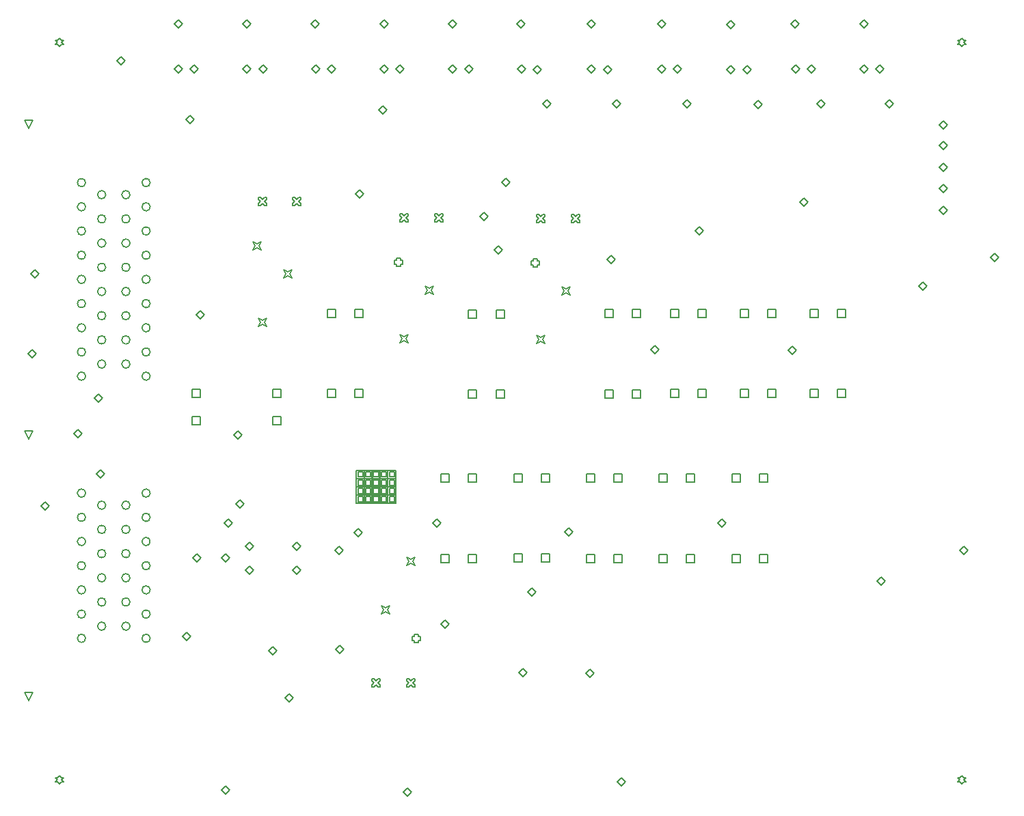
<source format=gbr>
%TF.GenerationSoftware,Altium Limited,Altium Designer,19.1.8 (144)*%
G04 Layer_Color=2752767*
%FSLAX26Y26*%
%MOIN*%
%TF.FileFunction,Drawing*%
%TF.Part,Single*%
G01*
G75*
%TA.AperFunction,NonConductor*%
%ADD74C,0.005000*%
%ADD75C,0.006667*%
D74*
X1337276Y2032071D02*
Y2072071D01*
X1377276D01*
Y2032071D01*
X1337276D01*
X946724D02*
Y2072071D01*
X986724D01*
Y2032071D01*
X946724D01*
X1337276Y2165929D02*
Y2205929D01*
X1377276D01*
Y2165929D01*
X1337276D01*
X946724D02*
Y2205929D01*
X986724D01*
Y2165929D01*
X946724D01*
X1604843Y2166206D02*
Y2206206D01*
X1644843D01*
Y2166206D01*
X1604843D01*
Y2556757D02*
Y2596757D01*
X1644843D01*
Y2556757D01*
X1604843D01*
X1738701Y2166206D02*
Y2206206D01*
X1778701D01*
Y2166206D01*
X1738701D01*
Y2556757D02*
Y2596757D01*
X1778701D01*
Y2556757D01*
X1738701D01*
X2293490Y2161724D02*
Y2201724D01*
X2333490D01*
Y2161724D01*
X2293490D01*
Y2552276D02*
Y2592276D01*
X2333490D01*
Y2552276D01*
X2293490D01*
X2427348Y2161724D02*
Y2201724D01*
X2467348D01*
Y2161724D01*
X2427348D01*
Y2552276D02*
Y2592276D01*
X2467348D01*
Y2552276D01*
X2427348D01*
X2959165Y2163724D02*
Y2203724D01*
X2999165D01*
Y2163724D01*
X2959165D01*
Y2554276D02*
Y2594276D01*
X2999165D01*
Y2554276D01*
X2959165D01*
X3093023Y2163724D02*
Y2203724D01*
X3133023D01*
Y2163724D01*
X3093023D01*
Y2554276D02*
Y2594276D01*
X3133023D01*
Y2554276D01*
X3093023D01*
X3279361Y2164449D02*
Y2204449D01*
X3319361D01*
Y2164449D01*
X3279361D01*
Y2555000D02*
Y2595000D01*
X3319361D01*
Y2555000D01*
X3279361D01*
X3413220Y2164449D02*
Y2204449D01*
X3453220D01*
Y2164449D01*
X3413220D01*
Y2555000D02*
Y2595000D01*
X3453220D01*
Y2555000D01*
X3413220D01*
X3618246Y2164724D02*
Y2204724D01*
X3658246D01*
Y2164724D01*
X3618246D01*
Y2555276D02*
Y2595276D01*
X3658246D01*
Y2555276D01*
X3618246D01*
X3752104Y2164724D02*
Y2204724D01*
X3792104D01*
Y2164724D01*
X3752104D01*
Y2555276D02*
Y2595276D01*
X3792104D01*
Y2555276D01*
X3752104D01*
X3958379Y2164898D02*
Y2204898D01*
X3998379D01*
Y2164898D01*
X3958379D01*
Y2555450D02*
Y2595450D01*
X3998379D01*
Y2555450D01*
X3958379D01*
X4092237Y2164898D02*
Y2204898D01*
X4132237D01*
Y2164898D01*
X4092237D01*
Y2555450D02*
Y2595450D01*
X4132237D01*
Y2555450D01*
X4092237D01*
X3711237Y1751450D02*
Y1791450D01*
X3751237D01*
Y1751450D01*
X3711237D01*
Y1360898D02*
Y1400898D01*
X3751237D01*
Y1360898D01*
X3711237D01*
X3577378Y1751450D02*
Y1791450D01*
X3617378D01*
Y1751450D01*
X3577378D01*
Y1360898D02*
Y1400898D01*
X3617378D01*
Y1360898D01*
X3577378D01*
X3356886Y1751000D02*
Y1791000D01*
X3396886D01*
Y1751000D01*
X3356886D01*
Y1360449D02*
Y1400449D01*
X3396886D01*
Y1360449D01*
X3356886D01*
X3223028Y1751000D02*
Y1791000D01*
X3263028D01*
Y1751000D01*
X3223028D01*
Y1360449D02*
Y1400449D01*
X3263028D01*
Y1360449D01*
X3223028D01*
X3002570Y1751450D02*
Y1791450D01*
X3042570D01*
Y1751450D01*
X3002570D01*
Y1360898D02*
Y1400898D01*
X3042570D01*
Y1360898D01*
X3002570D01*
X2868712Y1751450D02*
Y1791450D01*
X2908712D01*
Y1751450D01*
X2868712D01*
Y1360898D02*
Y1400898D01*
X2908712D01*
Y1360898D01*
X2868712D01*
X2647701Y1751757D02*
Y1791757D01*
X2687701D01*
Y1751757D01*
X2647701D01*
Y1361206D02*
Y1401206D01*
X2687701D01*
Y1361206D01*
X2647701D01*
X2513843Y1751757D02*
Y1791757D01*
X2553843D01*
Y1751757D01*
X2513843D01*
Y1361206D02*
Y1401206D01*
X2553843D01*
Y1361206D01*
X2513843D01*
X2292929Y1751456D02*
Y1791456D01*
X2332929D01*
Y1751456D01*
X2292929D01*
Y1360905D02*
Y1400905D01*
X2332929D01*
Y1360905D01*
X2292929D01*
X2159071Y1751456D02*
Y1791456D01*
X2199071D01*
Y1751456D01*
X2159071D01*
Y1360905D02*
Y1400905D01*
X2199071D01*
Y1360905D01*
X2159071D01*
X150000Y684724D02*
X130000Y724724D01*
X170000D01*
X150000Y684724D01*
Y1964252D02*
X130000Y2004252D01*
X170000D01*
X150000Y1964252D01*
Y3480000D02*
X130000Y3520000D01*
X170000D01*
X150000Y3480000D01*
X4700000Y280000D02*
X4710000Y290000D01*
X4720000D01*
X4710000Y300000D01*
X4720000Y310000D01*
X4710000D01*
X4700000Y320000D01*
X4690000Y310000D01*
X4680000D01*
X4690000Y300000D01*
X4680000Y290000D01*
X4690000D01*
X4700000Y280000D01*
Y3880000D02*
X4710000Y3890000D01*
X4720000D01*
X4710000Y3900000D01*
X4720000Y3910000D01*
X4710000D01*
X4700000Y3920000D01*
X4690000Y3910000D01*
X4680000D01*
X4690000Y3900000D01*
X4680000Y3890000D01*
X4690000D01*
X4700000Y3880000D01*
X300000D02*
X310000Y3890000D01*
X320000D01*
X310000Y3900000D01*
X320000Y3910000D01*
X310000D01*
X300000Y3920000D01*
X290000Y3910000D01*
X280000D01*
X290000Y3900000D01*
X280000Y3890000D01*
X290000D01*
X300000Y3880000D01*
Y280000D02*
X310000Y290000D01*
X320000D01*
X310000Y300000D01*
X320000Y310000D01*
X310000D01*
X300000Y320000D01*
X290000Y310000D01*
X280000D01*
X290000Y300000D01*
X280000Y290000D01*
X290000D01*
X300000Y280000D01*
X2624656Y2429512D02*
X2634656Y2449512D01*
X2624656Y2469512D01*
X2644656Y2459512D01*
X2664656Y2469512D01*
X2654656Y2449512D01*
X2664656Y2429512D01*
X2644656Y2439512D01*
X2624656Y2429512D01*
X2609065Y2813528D02*
Y2803528D01*
X2629065D01*
Y2813528D01*
X2639065D01*
Y2833528D01*
X2629065D01*
Y2843528D01*
X2609065D01*
Y2833528D01*
X2599065D01*
Y2813528D01*
X2609065D01*
X2748671Y2665732D02*
X2758671Y2685732D01*
X2748671Y2705732D01*
X2768671Y2695732D01*
X2788671Y2705732D01*
X2778671Y2685732D01*
X2788671Y2665732D01*
X2768671Y2675732D01*
X2748671Y2665732D01*
X2793947Y3020063D02*
X2803947D01*
X2813947Y3030063D01*
X2823947Y3020063D01*
X2833947D01*
Y3030063D01*
X2823947Y3040063D01*
X2833947Y3050063D01*
Y3060063D01*
X2823947D01*
X2813947Y3050063D01*
X2803947Y3060063D01*
X2793947D01*
Y3050063D01*
X2803947Y3040063D01*
X2793947Y3030063D01*
Y3020063D01*
X2624656D02*
X2634656D01*
X2644656Y3030063D01*
X2654656Y3020063D01*
X2664656D01*
Y3030063D01*
X2654656Y3040063D01*
X2664656Y3050063D01*
Y3060063D01*
X2654656D01*
X2644656Y3050063D01*
X2634656Y3060063D01*
X2624656D01*
Y3050063D01*
X2634656Y3040063D01*
X2624656Y3030063D01*
Y3020063D01*
X1959001Y2432449D02*
X1969001Y2452449D01*
X1959001Y2472449D01*
X1979001Y2462449D01*
X1999001Y2472449D01*
X1989001Y2452449D01*
X1999001Y2432449D01*
X1979001Y2442449D01*
X1959001Y2432449D01*
X1943410Y2816465D02*
Y2806465D01*
X1963410D01*
Y2816465D01*
X1973410D01*
Y2836465D01*
X1963410D01*
Y2846465D01*
X1943410D01*
Y2836465D01*
X1933410D01*
Y2816465D01*
X1943410D01*
X2083016Y2668670D02*
X2093016Y2688670D01*
X2083016Y2708670D01*
X2103016Y2698670D01*
X2123016Y2708670D01*
X2113016Y2688670D01*
X2123016Y2668670D01*
X2103016Y2678670D01*
X2083016Y2668670D01*
X2128292Y3023001D02*
X2138292D01*
X2148292Y3033001D01*
X2158292Y3023001D01*
X2168292D01*
Y3033001D01*
X2158292Y3043001D01*
X2168292Y3053001D01*
Y3063001D01*
X2158292D01*
X2148292Y3053001D01*
X2138292Y3063001D01*
X2128292D01*
Y3053001D01*
X2138292Y3043001D01*
X2128292Y3033001D01*
Y3023001D01*
X1959001D02*
X1969001D01*
X1979001Y3033001D01*
X1989001Y3023001D01*
X1999001D01*
Y3033001D01*
X1989001Y3043001D01*
X1999001Y3053001D01*
Y3063001D01*
X1989001D01*
X1979001Y3053001D01*
X1969001Y3063001D01*
X1959001D01*
Y3053001D01*
X1969001Y3043001D01*
X1959001Y3033001D01*
Y3023001D01*
X1267000Y2511449D02*
X1277000Y2531449D01*
X1267000Y2551449D01*
X1287000Y2541449D01*
X1307000Y2551449D01*
X1297000Y2531449D01*
X1307000Y2511449D01*
X1287000Y2521449D01*
X1267000Y2511449D01*
X1241409Y2885465D02*
X1251409Y2905465D01*
X1241409Y2925465D01*
X1261409Y2915465D01*
X1281409Y2925465D01*
X1271409Y2905465D01*
X1281409Y2885465D01*
X1261409Y2895465D01*
X1241409Y2885465D01*
X1391016Y2747669D02*
X1401016Y2767669D01*
X1391016Y2787669D01*
X1411016Y2777669D01*
X1431016Y2787669D01*
X1421016Y2767669D01*
X1431016Y2747669D01*
X1411016Y2757669D01*
X1391016Y2747669D01*
X1436291Y3102000D02*
X1446291D01*
X1456291Y3112000D01*
X1466291Y3102000D01*
X1476291D01*
Y3112000D01*
X1466291Y3122000D01*
X1476291Y3132000D01*
Y3142000D01*
X1466291D01*
X1456291Y3132000D01*
X1446291Y3142000D01*
X1436291D01*
Y3132000D01*
X1446291Y3122000D01*
X1436291Y3112000D01*
Y3102000D01*
X1267000D02*
X1277000D01*
X1287000Y3112000D01*
X1297000Y3102000D01*
X1307000D01*
Y3112000D01*
X1297000Y3122000D01*
X1307000Y3132000D01*
Y3142000D01*
X1297000D01*
X1287000Y3132000D01*
X1277000Y3142000D01*
X1267000D01*
Y3132000D01*
X1277000Y3122000D01*
X1267000Y3112000D01*
Y3102000D01*
X1991929Y1344551D02*
X2001929Y1364551D01*
X1991929Y1384551D01*
X2011929Y1374551D01*
X2031929Y1384551D01*
X2021929Y1364551D01*
X2031929Y1344551D01*
X2011929Y1354551D01*
X1991929Y1344551D01*
X2027520Y980535D02*
Y970535D01*
X2047520D01*
Y980535D01*
X2057520D01*
Y1000535D01*
X2047520D01*
Y1010535D01*
X2027520D01*
Y1000535D01*
X2017520D01*
Y980535D01*
X2027520D01*
X1867913Y1108331D02*
X1877913Y1128331D01*
X1867913Y1148331D01*
X1887913Y1138331D01*
X1907913Y1148331D01*
X1897913Y1128331D01*
X1907913Y1108331D01*
X1887913Y1118331D01*
X1867913Y1108331D01*
X1822638Y754000D02*
X1832638D01*
X1842638Y764000D01*
X1852638Y754000D01*
X1862638D01*
Y764000D01*
X1852638Y774000D01*
X1862638Y784000D01*
Y794000D01*
X1852638D01*
X1842638Y784000D01*
X1832638Y794000D01*
X1822638D01*
Y784000D01*
X1832638Y774000D01*
X1822638Y764000D01*
Y754000D01*
X1991929D02*
X2001929D01*
X2011929Y764000D01*
X2021929Y754000D01*
X2031929D01*
Y764000D01*
X2021929Y774000D01*
X2031929Y784000D01*
Y794000D01*
X2021929D01*
X2011929Y784000D01*
X2001929Y794000D01*
X1991929D01*
Y784000D01*
X2001929Y774000D01*
X1991929Y764000D01*
Y754000D01*
X479000Y1791000D02*
X499000Y1811000D01*
X519000Y1791000D01*
X499000Y1771000D01*
X479000Y1791000D01*
X1643000Y1418000D02*
X1663000Y1438000D01*
X1683000Y1418000D01*
X1663000Y1398000D01*
X1643000Y1418000D01*
X1644000Y935000D02*
X1664000Y955000D01*
X1684000Y935000D01*
X1664000Y915000D01*
X1644000Y935000D01*
X1746000Y1729500D02*
Y1769500D01*
X1786000D01*
Y1729500D01*
X1746000D01*
X1754000Y1737500D02*
Y1761500D01*
X1778000D01*
Y1737500D01*
X1754000D01*
X1746000Y1769750D02*
Y1809750D01*
X1786000D01*
Y1769750D01*
X1746000D01*
X1754000Y1777750D02*
Y1801750D01*
X1778000D01*
Y1777750D01*
X1754000D01*
X1784000Y1729500D02*
Y1769500D01*
X1824000D01*
Y1729500D01*
X1784000D01*
X1792000Y1737500D02*
Y1761500D01*
X1816000D01*
Y1737500D01*
X1792000D01*
X1784000Y1769750D02*
Y1809750D01*
X1824000D01*
Y1769750D01*
X1784000D01*
X1792000Y1777750D02*
Y1801750D01*
X1816000D01*
Y1777750D01*
X1792000D01*
X1822000Y1729500D02*
Y1769500D01*
X1862000D01*
Y1729500D01*
X1822000D01*
X1830000Y1737500D02*
Y1761500D01*
X1854000D01*
Y1737500D01*
X1830000D01*
X1822000Y1689250D02*
Y1729250D01*
X1862000D01*
Y1689250D01*
X1822000D01*
X1830000Y1697250D02*
Y1721250D01*
X1854000D01*
Y1697250D01*
X1830000D01*
X1822000Y1649000D02*
Y1689000D01*
X1862000D01*
Y1649000D01*
X1822000D01*
X1830000Y1657000D02*
Y1681000D01*
X1854000D01*
Y1657000D01*
X1830000D01*
X1746000Y1689250D02*
Y1729250D01*
X1786000D01*
Y1689250D01*
X1746000D01*
X1754000Y1697250D02*
Y1721250D01*
X1778000D01*
Y1697250D01*
X1754000D01*
X1784000Y1649000D02*
Y1689000D01*
X1824000D01*
Y1649000D01*
X1784000D01*
X1792000Y1657000D02*
Y1681000D01*
X1816000D01*
Y1657000D01*
X1792000D01*
X1746000Y1649000D02*
Y1689000D01*
X1786000D01*
Y1649000D01*
X1746000D01*
X1754000Y1657000D02*
Y1681000D01*
X1778000D01*
Y1657000D01*
X1754000D01*
X4589000Y3395000D02*
X4609000Y3415000D01*
X4629000Y3395000D01*
X4609000Y3375000D01*
X4589000Y3395000D01*
X4589000Y3497586D02*
X4609000Y3517586D01*
X4629000Y3497586D01*
X4609000Y3477586D01*
X4589000Y3497586D01*
X1899000Y1649000D02*
Y1689000D01*
X1939000D01*
Y1649000D01*
X1899000D01*
X1907000Y1657000D02*
Y1681000D01*
X1931000D01*
Y1657000D01*
X1907000D01*
X1899000Y1729500D02*
Y1769500D01*
X1939000D01*
Y1729500D01*
X1899000D01*
X1907000Y1737500D02*
Y1761500D01*
X1931000D01*
Y1737500D01*
X1907000D01*
X1899000Y1769750D02*
Y1809750D01*
X1939000D01*
Y1769750D01*
X1899000D01*
X1907000Y1777750D02*
Y1801750D01*
X1931000D01*
Y1777750D01*
X1907000D01*
X1899000Y1689250D02*
Y1729250D01*
X1939000D01*
Y1689250D01*
X1899000D01*
X1907000Y1697250D02*
Y1721250D01*
X1931000D01*
Y1697250D01*
X1907000D01*
X1860000Y1689250D02*
Y1729250D01*
X1900000D01*
Y1689250D01*
X1860000D01*
X1868000Y1697250D02*
Y1721250D01*
X1892000D01*
Y1697250D01*
X1868000D01*
X1860000Y1729500D02*
Y1769500D01*
X1900000D01*
Y1729500D01*
X1860000D01*
X1868000Y1737500D02*
Y1761500D01*
X1892000D01*
Y1737500D01*
X1868000D01*
X1860000Y1769750D02*
Y1809750D01*
X1900000D01*
Y1769750D01*
X1860000D01*
X1868000Y1777750D02*
Y1801750D01*
X1892000D01*
Y1777750D01*
X1868000D01*
X1822000Y1769750D02*
Y1809750D01*
X1862000D01*
Y1769750D01*
X1822000D01*
X1830000Y1777750D02*
Y1801750D01*
X1854000D01*
Y1777750D01*
X1830000D01*
X1784000Y1689250D02*
Y1729250D01*
X1824000D01*
Y1689250D01*
X1784000D01*
X1792000Y1697250D02*
Y1721250D01*
X1816000D01*
Y1697250D01*
X1792000D01*
X1860000Y1649000D02*
Y1689000D01*
X1900000D01*
Y1649000D01*
X1860000D01*
X1868000Y1657000D02*
Y1681000D01*
X1892000D01*
Y1657000D01*
X1868000D01*
X3686054Y3595826D02*
X3706054Y3615826D01*
X3726054Y3595826D01*
X3706054Y3575826D01*
X3686054Y3595826D01*
X2654054Y3598998D02*
X2674054Y3618998D01*
X2694054Y3598998D01*
X2674054Y3578998D01*
X2654054Y3598998D01*
X2273935Y3768482D02*
X2293935Y3788482D01*
X2313935Y3768482D01*
X2293935Y3748482D01*
X2273935Y3768482D01*
X2120000Y1551000D02*
X2140000Y1571000D01*
X2160000Y1551000D01*
X2140000Y1531000D01*
X2120000Y1551000D01*
X1102000D02*
X1122000Y1571000D01*
X1142000Y1551000D01*
X1122000Y1531000D01*
X1102000Y1551000D01*
X1204000Y1440000D02*
X1224000Y1460000D01*
X1244000Y1440000D01*
X1224000Y1420000D01*
X1204000Y1440000D01*
X1158000Y1647000D02*
X1178000Y1667000D01*
X1198000Y1647000D01*
X1178000Y1627000D01*
X1158000Y1647000D01*
X1734000Y1506000D02*
X1754000Y1526000D01*
X1774000Y1506000D01*
X1754000Y1486000D01*
X1734000Y1506000D01*
X1434000Y1322000D02*
X1454000Y1342000D01*
X1474000Y1322000D01*
X1454000Y1302000D01*
X1434000Y1322000D01*
X1204000D02*
X1224000Y1342000D01*
X1244000Y1322000D01*
X1224000Y1302000D01*
X1204000Y1322000D01*
X1434000Y1440000D02*
X1454000Y1460000D01*
X1474000Y1440000D01*
X1454000Y1420000D01*
X1434000Y1440000D01*
X1090000Y1381206D02*
X1110000Y1401206D01*
X1130000Y1381206D01*
X1110000Y1361206D01*
X1090000Y1381206D01*
X1856294Y3570439D02*
X1876294Y3590439D01*
X1896294Y3570439D01*
X1876294Y3550439D01*
X1856294Y3570439D01*
X1743000Y3160000D02*
X1763000Y3180000D01*
X1783000Y3160000D01*
X1763000Y3140000D01*
X1743000Y3160000D01*
X914000Y3524000D02*
X934000Y3544000D01*
X954000Y3524000D01*
X934000Y3504000D01*
X914000Y3524000D01*
X3508000Y1553000D02*
X3528000Y1573000D01*
X3548000Y1553000D01*
X3528000Y1533000D01*
X3508000Y1553000D01*
X2347000Y3048000D02*
X2367000Y3068000D01*
X2387000Y3048000D01*
X2367000Y3028000D01*
X2347000Y3048000D01*
X2456217Y3214567D02*
X2476217Y3234567D01*
X2496217Y3214567D01*
X2476217Y3194567D01*
X2456217Y3214567D01*
X144695Y2380000D02*
X164695Y2400000D01*
X184695Y2380000D01*
X164695Y2360000D01*
X144695Y2380000D01*
X160000Y2769010D02*
X180000Y2789010D01*
X200000Y2769010D01*
X180000Y2749010D01*
X160000Y2769010D01*
X4324456Y3600000D02*
X4344456Y3620000D01*
X4364456Y3600000D01*
X4344456Y3580000D01*
X4324456Y3600000D01*
X577000Y3810000D02*
X597000Y3830000D01*
X617000Y3810000D01*
X597000Y3790000D01*
X577000Y3810000D01*
X4840000Y2850000D02*
X4860000Y2870000D01*
X4880000Y2850000D01*
X4860000Y2830000D01*
X4840000Y2850000D01*
X207000Y1634278D02*
X227000Y1654278D01*
X247000Y1634278D01*
X227000Y1614278D01*
X207000Y1634278D01*
X470000Y2162952D02*
X490000Y2182952D01*
X510000Y2162952D01*
X490000Y2142952D01*
X470000Y2162952D01*
X370000Y1990000D02*
X390000Y2010000D01*
X410000Y1990000D01*
X390000Y1970000D01*
X370000Y1990000D01*
X3853000Y2396000D02*
X3873000Y2416000D01*
X3893000Y2396000D01*
X3873000Y2376000D01*
X3853000Y2396000D01*
X3182201Y2400000D02*
X3202201Y2420000D01*
X3222201Y2400000D01*
X3202201Y2380000D01*
X3182201Y2400000D01*
X2760726Y1510000D02*
X2780726Y1530000D01*
X2800726Y1510000D01*
X2780726Y1490000D01*
X2760726Y1510000D01*
X4690000Y1420000D02*
X4710000Y1440000D01*
X4730000Y1420000D01*
X4710000Y1400000D01*
X4690000Y1420000D01*
X4490000Y2710000D02*
X4510000Y2730000D01*
X4530000Y2710000D01*
X4510000Y2690000D01*
X4490000Y2710000D01*
X3910000Y3120000D02*
X3930000Y3140000D01*
X3950000Y3120000D01*
X3930000Y3100000D01*
X3910000Y3120000D01*
X3400000Y2980000D02*
X3420000Y3000000D01*
X3440000Y2980000D01*
X3420000Y2960000D01*
X3400000Y2980000D01*
X2970000Y2840465D02*
X2990000Y2860465D01*
X3010000Y2840465D01*
X2990000Y2820465D01*
X2970000Y2840465D01*
X2420000Y2884821D02*
X2440000Y2904821D01*
X2460000Y2884821D01*
X2440000Y2864821D01*
X2420000Y2884821D01*
X1150000Y1984252D02*
X1170000Y2004252D01*
X1190000Y1984252D01*
X1170000Y1964252D01*
X1150000Y1984252D01*
X966000Y2570000D02*
X986000Y2590000D01*
X1006000Y2570000D01*
X986000Y2550000D01*
X966000Y2570000D01*
X949000Y1381206D02*
X969000Y1401206D01*
X989000Y1381206D01*
X969000Y1361206D01*
X949000Y1381206D01*
X900000Y1000000D02*
X920000Y1020000D01*
X940000Y1000000D01*
X920000Y980000D01*
X900000Y1000000D01*
X1320000Y930000D02*
X1340000Y950000D01*
X1360000Y930000D01*
X1340000Y910000D01*
X1320000Y930000D01*
X2160000Y1060000D02*
X2180000Y1080000D01*
X2200000Y1060000D01*
X2180000Y1040000D01*
X2160000Y1060000D01*
X1400000Y700000D02*
X1420000Y720000D01*
X1440000Y700000D01*
X1420000Y680000D01*
X1400000Y700000D01*
X2581000Y1215000D02*
X2601000Y1235000D01*
X2621000Y1215000D01*
X2601000Y1195000D01*
X2581000Y1215000D01*
X2540000Y822000D02*
X2560000Y842000D01*
X2580000Y822000D01*
X2560000Y802000D01*
X2540000Y822000D01*
X2863776Y820000D02*
X2883776Y840000D01*
X2903776Y820000D01*
X2883776Y800000D01*
X2863776Y820000D01*
X4284000Y1270000D02*
X4304000Y1290000D01*
X4324000Y1270000D01*
X4304000Y1250000D01*
X4284000Y1270000D01*
X3020000Y290000D02*
X3040000Y310000D01*
X3060000Y290000D01*
X3040000Y270000D01*
X3020000Y290000D01*
X1975969Y240000D02*
X1995969Y260000D01*
X2015969Y240000D01*
X1995969Y220000D01*
X1975969Y240000D01*
X1090000Y250000D02*
X1110000Y270000D01*
X1130000Y250000D01*
X1110000Y230000D01*
X1090000Y250000D01*
X3945388Y3768482D02*
X3965388Y3788482D01*
X3985388Y3768482D01*
X3965388Y3748482D01*
X3945388Y3768482D01*
X1939644D02*
X1959644Y3788482D01*
X1979644Y3768482D01*
X1959644Y3748482D01*
X1939644Y3768482D01*
X1605353D02*
X1625353Y3788482D01*
X1645353Y3768482D01*
X1625353Y3748482D01*
X1605353Y3768482D01*
X1861888Y3770726D02*
X1881888Y3790726D01*
X1901888Y3770726D01*
X1881888Y3750726D01*
X1861888Y3770726D01*
X4590000Y3080000D02*
X4610000Y3100000D01*
X4630000Y3080000D01*
X4610000Y3060000D01*
X4590000Y3080000D01*
Y3185000D02*
X4610000Y3205000D01*
X4630000Y3185000D01*
X4610000Y3165000D01*
X4590000Y3185000D01*
Y3290000D02*
X4610000Y3310000D01*
X4630000Y3290000D01*
X4610000Y3270000D01*
X4590000Y3290000D01*
X3990977Y3600000D02*
X4010977Y3620000D01*
X4030977Y3600000D01*
X4010977Y3580000D01*
X3990977Y3600000D01*
X3338686Y3599173D02*
X3358686Y3619173D01*
X3378686Y3599173D01*
X3358686Y3579173D01*
X3338686Y3599173D01*
X2608465Y3767480D02*
X2628465Y3787480D01*
X2648465Y3767480D01*
X2628465Y3747480D01*
X2608465Y3767480D01*
X2996054Y3598999D02*
X3016054Y3618999D01*
X3036054Y3598999D01*
X3016054Y3578999D01*
X2996054Y3598999D01*
X1271063Y3768482D02*
X1291063Y3788482D01*
X1311063Y3768482D01*
X1291063Y3748482D01*
X1271063Y3768482D01*
X1192323Y3989740D02*
X1212323Y4009740D01*
X1232323Y3989740D01*
X1212323Y3969740D01*
X1192323Y3989740D01*
X1193307Y3770726D02*
X1213307Y3790726D01*
X1233307Y3770726D01*
X1213307Y3750726D01*
X1193307Y3770726D01*
X1526613Y3989740D02*
X1546613Y4009740D01*
X1566613Y3989740D01*
X1546613Y3969740D01*
X1526613Y3989740D01*
X1527597Y3770726D02*
X1547597Y3790726D01*
X1567597Y3770726D01*
X1547597Y3750726D01*
X1527597Y3770726D01*
X3293097Y3767655D02*
X3313097Y3787655D01*
X3333097Y3767655D01*
X3313097Y3747655D01*
X3293097Y3767655D01*
X3214357Y3988913D02*
X3234357Y4008913D01*
X3254357Y3988913D01*
X3234357Y3968913D01*
X3214357Y3988913D01*
X3215341Y3769899D02*
X3235341Y3789899D01*
X3255341Y3769899D01*
X3235341Y3749899D01*
X3215341Y3769899D01*
X3866647Y3989740D02*
X3886647Y4009740D01*
X3906647Y3989740D01*
X3886647Y3969740D01*
X3866647Y3989740D01*
X3867632Y3770726D02*
X3887632Y3790726D01*
X3907632Y3770726D01*
X3887632Y3750726D01*
X3867632Y3770726D01*
X4279678Y3768482D02*
X4299678Y3788482D01*
X4319678Y3768482D01*
X4299678Y3748482D01*
X4279678Y3768482D01*
X4200938Y3989740D02*
X4220938Y4009740D01*
X4240938Y3989740D01*
X4220938Y3969740D01*
X4200938Y3989740D01*
X4201922Y3770726D02*
X4221922Y3790726D01*
X4241922Y3770726D01*
X4221922Y3750726D01*
X4201922Y3770726D01*
X1860904Y3989740D02*
X1880904Y4009740D01*
X1900904Y3989740D01*
X1880904Y3969740D01*
X1860904Y3989740D01*
X2195194D02*
X2215194Y4009740D01*
X2235194Y3989740D01*
X2215194Y3969740D01*
X2195194Y3989740D01*
X2196179Y3770726D02*
X2216179Y3790726D01*
X2236179Y3770726D01*
X2216179Y3750726D01*
X2196179Y3770726D01*
X2950465Y3767481D02*
X2970465Y3787481D01*
X2990465Y3767481D01*
X2970465Y3747481D01*
X2950465Y3767481D01*
X2871724Y3988739D02*
X2891724Y4008739D01*
X2911724Y3988739D01*
X2891724Y3968739D01*
X2871724Y3988739D01*
X2872709Y3769725D02*
X2892709Y3789725D01*
X2912709Y3769725D01*
X2892709Y3749725D01*
X2872709Y3769725D01*
X3630465Y3764308D02*
X3650465Y3784308D01*
X3670465Y3764308D01*
X3650465Y3744308D01*
X3630465Y3764308D01*
X3551724Y3985566D02*
X3571724Y4005566D01*
X3591724Y3985566D01*
X3571724Y3965566D01*
X3551724Y3985566D01*
X3552709Y3766552D02*
X3572709Y3786552D01*
X3592709Y3766552D01*
X3572709Y3746552D01*
X3552709Y3766552D01*
X2529724Y3988739D02*
X2549724Y4008739D01*
X2569724Y3988739D01*
X2549724Y3968739D01*
X2529724Y3988739D01*
X2530709Y3769724D02*
X2550709Y3789724D01*
X2570709Y3769724D01*
X2550709Y3749724D01*
X2530709Y3769724D01*
X936772Y3768482D02*
X956772Y3788482D01*
X976772Y3768482D01*
X956772Y3748482D01*
X936772Y3768482D01*
X858032Y3989740D02*
X878032Y4009740D01*
X898032Y3989740D01*
X878032Y3969740D01*
X858032Y3989740D01*
X859016Y3770726D02*
X879016Y3790726D01*
X899016Y3770726D01*
X879016Y3750726D01*
X859016Y3770726D01*
D75*
X740866Y2269685D02*
G03*
X740866Y2269685I-20000J0D01*
G01*
Y2387795D02*
G03*
X740866Y2387795I-20000J0D01*
G01*
Y2505905D02*
G03*
X740866Y2505905I-20000J0D01*
G01*
Y2624016D02*
G03*
X740866Y2624016I-20000J0D01*
G01*
Y2742126D02*
G03*
X740866Y2742126I-20000J0D01*
G01*
Y2860236D02*
G03*
X740866Y2860236I-20000J0D01*
G01*
Y2978347D02*
G03*
X740866Y2978347I-20000J0D01*
G01*
Y3096457D02*
G03*
X740866Y3096457I-20000J0D01*
G01*
Y3214567D02*
G03*
X740866Y3214567I-20000J0D01*
G01*
X642441Y2328740D02*
G03*
X642441Y2328740I-20000J0D01*
G01*
Y2446850D02*
G03*
X642441Y2446850I-20000J0D01*
G01*
Y2564961D02*
G03*
X642441Y2564961I-20000J0D01*
G01*
Y2683071D02*
G03*
X642441Y2683071I-20000J0D01*
G01*
Y2801181D02*
G03*
X642441Y2801181I-20000J0D01*
G01*
Y2919291D02*
G03*
X642441Y2919291I-20000J0D01*
G01*
Y3037402D02*
G03*
X642441Y3037402I-20000J0D01*
G01*
Y3155512D02*
G03*
X642441Y3155512I-20000J0D01*
G01*
X524331Y2328740D02*
G03*
X524331Y2328740I-20000J0D01*
G01*
Y2446850D02*
G03*
X524331Y2446850I-20000J0D01*
G01*
Y2564961D02*
G03*
X524331Y2564961I-20000J0D01*
G01*
Y2683071D02*
G03*
X524331Y2683071I-20000J0D01*
G01*
Y2801181D02*
G03*
X524331Y2801181I-20000J0D01*
G01*
Y2919291D02*
G03*
X524331Y2919291I-20000J0D01*
G01*
Y3037402D02*
G03*
X524331Y3037402I-20000J0D01*
G01*
Y3155512D02*
G03*
X524331Y3155512I-20000J0D01*
G01*
X425906Y2269685D02*
G03*
X425906Y2269685I-20000J0D01*
G01*
Y2387795D02*
G03*
X425906Y2387795I-20000J0D01*
G01*
Y2505905D02*
G03*
X425906Y2505905I-20000J0D01*
G01*
Y2624016D02*
G03*
X425906Y2624016I-20000J0D01*
G01*
Y2742126D02*
G03*
X425906Y2742126I-20000J0D01*
G01*
Y2860236D02*
G03*
X425906Y2860236I-20000J0D01*
G01*
Y2978347D02*
G03*
X425906Y2978347I-20000J0D01*
G01*
Y3096457D02*
G03*
X425906Y3096457I-20000J0D01*
G01*
Y3214567D02*
G03*
X425906Y3214567I-20000J0D01*
G01*
Y1698819D02*
G03*
X425906Y1698819I-20000J0D01*
G01*
Y1580709D02*
G03*
X425906Y1580709I-20000J0D01*
G01*
Y1462599D02*
G03*
X425906Y1462599I-20000J0D01*
G01*
Y1344488D02*
G03*
X425906Y1344488I-20000J0D01*
G01*
Y1226378D02*
G03*
X425906Y1226378I-20000J0D01*
G01*
Y1108268D02*
G03*
X425906Y1108268I-20000J0D01*
G01*
Y990158D02*
G03*
X425906Y990158I-20000J0D01*
G01*
X524331Y1639764D02*
G03*
X524331Y1639764I-20000J0D01*
G01*
Y1521654D02*
G03*
X524331Y1521654I-20000J0D01*
G01*
Y1403543D02*
G03*
X524331Y1403543I-20000J0D01*
G01*
Y1285433D02*
G03*
X524331Y1285433I-20000J0D01*
G01*
Y1167323D02*
G03*
X524331Y1167323I-20000J0D01*
G01*
Y1049213D02*
G03*
X524331Y1049213I-20000J0D01*
G01*
X642441Y1639764D02*
G03*
X642441Y1639764I-20000J0D01*
G01*
Y1521654D02*
G03*
X642441Y1521654I-20000J0D01*
G01*
Y1403543D02*
G03*
X642441Y1403543I-20000J0D01*
G01*
Y1285433D02*
G03*
X642441Y1285433I-20000J0D01*
G01*
Y1167323D02*
G03*
X642441Y1167323I-20000J0D01*
G01*
Y1049213D02*
G03*
X642441Y1049213I-20000J0D01*
G01*
X740866Y1698819D02*
G03*
X740866Y1698819I-20000J0D01*
G01*
Y1580709D02*
G03*
X740866Y1580709I-20000J0D01*
G01*
Y1462599D02*
G03*
X740866Y1462599I-20000J0D01*
G01*
Y1344488D02*
G03*
X740866Y1344488I-20000J0D01*
G01*
Y1226378D02*
G03*
X740866Y1226378I-20000J0D01*
G01*
Y1108268D02*
G03*
X740866Y1108268I-20000J0D01*
G01*
Y990158D02*
G03*
X740866Y990158I-20000J0D01*
G01*
%TF.MD5,e56960c53421b7e8de8a0322186c0b85*%
M02*

</source>
